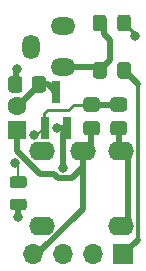
<source format=gbr>
%TF.GenerationSoftware,KiCad,Pcbnew,5.1.10*%
%TF.CreationDate,2021-05-14T23:01:05+02:00*%
%TF.ProjectId,kenwood-trrs,6b656e77-6f6f-4642-9d74-7272732e6b69,rev?*%
%TF.SameCoordinates,Original*%
%TF.FileFunction,Copper,L1,Top*%
%TF.FilePolarity,Positive*%
%FSLAX46Y46*%
G04 Gerber Fmt 4.6, Leading zero omitted, Abs format (unit mm)*
G04 Created by KiCad (PCBNEW 5.1.10) date 2021-05-14 23:01:05*
%MOMM*%
%LPD*%
G01*
G04 APERTURE LIST*
%TA.AperFunction,SMDPad,CuDef*%
%ADD10R,0.800000X1.900000*%
%TD*%
%TA.AperFunction,ComponentPad*%
%ADD11C,1.600000*%
%TD*%
%TA.AperFunction,ComponentPad*%
%ADD12R,1.600000X1.600000*%
%TD*%
%TA.AperFunction,ComponentPad*%
%ADD13O,2.200000X1.600000*%
%TD*%
%TA.AperFunction,ComponentPad*%
%ADD14O,1.700000X1.700000*%
%TD*%
%TA.AperFunction,ComponentPad*%
%ADD15R,1.700000X1.700000*%
%TD*%
%TA.AperFunction,ComponentPad*%
%ADD16O,2.100000X1.500000*%
%TD*%
%TA.AperFunction,ComponentPad*%
%ADD17O,1.500000X2.100000*%
%TD*%
%TA.AperFunction,ViaPad*%
%ADD18C,0.800000*%
%TD*%
%TA.AperFunction,Conductor*%
%ADD19C,0.500000*%
%TD*%
%TA.AperFunction,Conductor*%
%ADD20C,0.250000*%
%TD*%
%TA.AperFunction,Conductor*%
%ADD21C,0.300000*%
%TD*%
%TA.AperFunction,Conductor*%
%ADD22C,0.200000*%
%TD*%
G04 APERTURE END LIST*
D10*
%TO.P,Q1,3*%
%TO.N,Net-(C1-Pad2)*%
X152300000Y-80650000D03*
%TO.P,Q1,2*%
%TO.N,GND*%
X153250000Y-83650000D03*
%TO.P,Q1,1*%
%TO.N,Net-(C2-Pad1)*%
X151350000Y-83650000D03*
%TD*%
%TO.P,R5,2*%
%TO.N,Net-(C2-Pad1)*%
%TA.AperFunction,SMDPad,CuDef*%
G36*
G01*
X158050001Y-82308000D02*
X157149999Y-82308000D01*
G75*
G02*
X156900000Y-82058001I0J249999D01*
G01*
X156900000Y-81357999D01*
G75*
G02*
X157149999Y-81108000I249999J0D01*
G01*
X158050001Y-81108000D01*
G75*
G02*
X158300000Y-81357999I0J-249999D01*
G01*
X158300000Y-82058001D01*
G75*
G02*
X158050001Y-82308000I-249999J0D01*
G01*
G37*
%TD.AperFunction*%
%TO.P,R5,1*%
%TO.N,/PTT_Mic-*%
%TA.AperFunction,SMDPad,CuDef*%
G36*
G01*
X158050001Y-84308000D02*
X157149999Y-84308000D01*
G75*
G02*
X156900000Y-84058001I0J249999D01*
G01*
X156900000Y-83357999D01*
G75*
G02*
X157149999Y-83108000I249999J0D01*
G01*
X158050001Y-83108000D01*
G75*
G02*
X158300000Y-83357999I0J-249999D01*
G01*
X158300000Y-84058001D01*
G75*
G02*
X158050001Y-84308000I-249999J0D01*
G01*
G37*
%TD.AperFunction*%
%TD*%
%TO.P,R4,2*%
%TO.N,Net-(C2-Pad1)*%
%TA.AperFunction,SMDPad,CuDef*%
G36*
G01*
X155750001Y-82308000D02*
X154849999Y-82308000D01*
G75*
G02*
X154600000Y-82058001I0J249999D01*
G01*
X154600000Y-81357999D01*
G75*
G02*
X154849999Y-81108000I249999J0D01*
G01*
X155750001Y-81108000D01*
G75*
G02*
X156000000Y-81357999I0J-249999D01*
G01*
X156000000Y-82058001D01*
G75*
G02*
X155750001Y-82308000I-249999J0D01*
G01*
G37*
%TD.AperFunction*%
%TO.P,R4,1*%
%TO.N,/Mic+*%
%TA.AperFunction,SMDPad,CuDef*%
G36*
G01*
X155750001Y-84308000D02*
X154849999Y-84308000D01*
G75*
G02*
X154600000Y-84058001I0J249999D01*
G01*
X154600000Y-83357999D01*
G75*
G02*
X154849999Y-83108000I249999J0D01*
G01*
X155750001Y-83108000D01*
G75*
G02*
X156000000Y-83357999I0J-249999D01*
G01*
X156000000Y-84058001D01*
G75*
G02*
X155750001Y-84308000I-249999J0D01*
G01*
G37*
%TD.AperFunction*%
%TD*%
%TO.P,R1,2*%
%TO.N,GND*%
%TA.AperFunction,SMDPad,CuDef*%
G36*
G01*
X149450000Y-79549999D02*
X149450000Y-80450001D01*
G75*
G02*
X149200001Y-80700000I-249999J0D01*
G01*
X148499999Y-80700000D01*
G75*
G02*
X148250000Y-80450001I0J249999D01*
G01*
X148250000Y-79549999D01*
G75*
G02*
X148499999Y-79300000I249999J0D01*
G01*
X149200001Y-79300000D01*
G75*
G02*
X149450000Y-79549999I0J-249999D01*
G01*
G37*
%TD.AperFunction*%
%TO.P,R1,1*%
%TO.N,Net-(C1-Pad2)*%
%TA.AperFunction,SMDPad,CuDef*%
G36*
G01*
X151450000Y-79549999D02*
X151450000Y-80450001D01*
G75*
G02*
X151200001Y-80700000I-249999J0D01*
G01*
X150499999Y-80700000D01*
G75*
G02*
X150250000Y-80450001I0J249999D01*
G01*
X150250000Y-79549999D01*
G75*
G02*
X150499999Y-79300000I249999J0D01*
G01*
X151200001Y-79300000D01*
G75*
G02*
X151450000Y-79549999I0J-249999D01*
G01*
G37*
%TD.AperFunction*%
%TD*%
%TO.P,C2,2*%
%TO.N,GND*%
%TA.AperFunction,SMDPad,CuDef*%
G36*
G01*
X148623000Y-89670000D02*
X149573000Y-89670000D01*
G75*
G02*
X149823000Y-89920000I0J-250000D01*
G01*
X149823000Y-90420000D01*
G75*
G02*
X149573000Y-90670000I-250000J0D01*
G01*
X148623000Y-90670000D01*
G75*
G02*
X148373000Y-90420000I0J250000D01*
G01*
X148373000Y-89920000D01*
G75*
G02*
X148623000Y-89670000I250000J0D01*
G01*
G37*
%TD.AperFunction*%
%TO.P,C2,1*%
%TO.N,Net-(C2-Pad1)*%
%TA.AperFunction,SMDPad,CuDef*%
G36*
G01*
X148623000Y-87770000D02*
X149573000Y-87770000D01*
G75*
G02*
X149823000Y-88020000I0J-250000D01*
G01*
X149823000Y-88520000D01*
G75*
G02*
X149573000Y-88770000I-250000J0D01*
G01*
X148623000Y-88770000D01*
G75*
G02*
X148373000Y-88520000I0J250000D01*
G01*
X148373000Y-88020000D01*
G75*
G02*
X148623000Y-87770000I250000J0D01*
G01*
G37*
%TD.AperFunction*%
%TD*%
D11*
%TO.P,C1,2*%
%TO.N,Net-(C1-Pad2)*%
X149000000Y-81820000D03*
D12*
%TO.P,C1,1*%
%TO.N,/Mic+*%
X149000000Y-83820000D03*
%TD*%
D13*
%TO.P,J3,S*%
%TO.N,/PTT_Mic-*%
X157800000Y-85650000D03*
X157800000Y-91950000D03*
%TO.P,J3,R*%
%TO.N,/Mic+*%
X154600000Y-85650000D03*
%TO.P,J3,T*%
%TO.N,Net-(J3-PadT)*%
X151100000Y-85650000D03*
X151100000Y-91950000D03*
%TD*%
D14*
%TO.P,J1,S*%
%TO.N,/Mic+*%
X150380000Y-94400000D03*
%TO.P,J1,R2*%
%TO.N,GND*%
X152920000Y-94400000D03*
%TO.P,J1,R1*%
%TO.N,Net-(J1-PadR1)*%
X155460000Y-94400000D03*
D15*
%TO.P,J1,T*%
%TO.N,Net-(J1-PadT)*%
X158000000Y-94400000D03*
%TD*%
D16*
%TO.P,J2,R*%
%TO.N,GND*%
X152900000Y-75050000D03*
D17*
%TO.P,J2,S*%
X150150000Y-76800000D03*
D16*
%TO.P,J2,T*%
%TO.N,Net-(J2-PadT)*%
X152900000Y-78550000D03*
%TD*%
%TO.P,R3,2*%
%TO.N,Net-(J2-PadT)*%
%TA.AperFunction,SMDPad,CuDef*%
G36*
G01*
X156575000Y-78349999D02*
X156575000Y-79250001D01*
G75*
G02*
X156325001Y-79500000I-249999J0D01*
G01*
X155674999Y-79500000D01*
G75*
G02*
X155425000Y-79250001I0J249999D01*
G01*
X155425000Y-78349999D01*
G75*
G02*
X155674999Y-78100000I249999J0D01*
G01*
X156325001Y-78100000D01*
G75*
G02*
X156575000Y-78349999I0J-249999D01*
G01*
G37*
%TD.AperFunction*%
%TO.P,R3,1*%
%TO.N,Net-(J1-PadT)*%
%TA.AperFunction,SMDPad,CuDef*%
G36*
G01*
X158625000Y-78349999D02*
X158625000Y-79250001D01*
G75*
G02*
X158375001Y-79500000I-249999J0D01*
G01*
X157724999Y-79500000D01*
G75*
G02*
X157475000Y-79250001I0J249999D01*
G01*
X157475000Y-78349999D01*
G75*
G02*
X157724999Y-78100000I249999J0D01*
G01*
X158375001Y-78100000D01*
G75*
G02*
X158625000Y-78349999I0J-249999D01*
G01*
G37*
%TD.AperFunction*%
%TD*%
%TO.P,R2,2*%
%TO.N,Net-(J2-PadT)*%
%TA.AperFunction,SMDPad,CuDef*%
G36*
G01*
X156575000Y-74349999D02*
X156575000Y-75250001D01*
G75*
G02*
X156325001Y-75500000I-249999J0D01*
G01*
X155674999Y-75500000D01*
G75*
G02*
X155425000Y-75250001I0J249999D01*
G01*
X155425000Y-74349999D01*
G75*
G02*
X155674999Y-74100000I249999J0D01*
G01*
X156325001Y-74100000D01*
G75*
G02*
X156575000Y-74349999I0J-249999D01*
G01*
G37*
%TD.AperFunction*%
%TO.P,R2,1*%
%TO.N,Net-(J1-PadR1)*%
%TA.AperFunction,SMDPad,CuDef*%
G36*
G01*
X158625000Y-74349999D02*
X158625000Y-75250001D01*
G75*
G02*
X158375001Y-75500000I-249999J0D01*
G01*
X157724999Y-75500000D01*
G75*
G02*
X157475000Y-75250001I0J249999D01*
G01*
X157475000Y-74349999D01*
G75*
G02*
X157724999Y-74100000I249999J0D01*
G01*
X158375001Y-74100000D01*
G75*
G02*
X158625000Y-74349999I0J-249999D01*
G01*
G37*
%TD.AperFunction*%
%TD*%
D18*
%TO.N,GND*%
X149098000Y-91186000D03*
X152900000Y-87099998D03*
X152350000Y-83650000D03*
X149000000Y-78700000D03*
%TO.N,Net-(J1-PadR1)*%
X159000000Y-75900000D03*
%TO.N,Net-(C2-Pad1)*%
X148865069Y-86684932D03*
X150400002Y-84250000D03*
%TD*%
D19*
%TO.N,/Mic+*%
X150380000Y-94400000D02*
X150722002Y-94400000D01*
X150717781Y-94400000D02*
X150380000Y-94400000D01*
X154600000Y-90517781D02*
X150717781Y-94400000D01*
X154600000Y-87000000D02*
X154600000Y-90517781D01*
X154600000Y-85650000D02*
X154600000Y-87000000D01*
X155300000Y-84950000D02*
X154600000Y-85650000D01*
X155300000Y-83708000D02*
X155300000Y-84950000D01*
X153649998Y-87950002D02*
X154600000Y-87000000D01*
X152491998Y-87950002D02*
X153649998Y-87950002D01*
X152091995Y-87549999D02*
X152491998Y-87950002D01*
X150932218Y-87549999D02*
X152091995Y-87549999D01*
X149000000Y-85617781D02*
X150932218Y-87549999D01*
X149000000Y-83820000D02*
X149000000Y-85617781D01*
%TO.N,/PTT_Mic-*%
X158350001Y-91399999D02*
X157800000Y-91950000D01*
X158350001Y-86200001D02*
X158350001Y-91399999D01*
X157800000Y-85650000D02*
X158350001Y-86200001D01*
X157600000Y-85450000D02*
X157800000Y-85650000D01*
X157600000Y-83708000D02*
X157600000Y-85450000D01*
%TO.N,GND*%
X149098000Y-90170000D02*
X149098000Y-91186000D01*
X152900000Y-84150000D02*
X152900000Y-87099998D01*
X153150000Y-83900000D02*
X152900000Y-84150000D01*
X153200000Y-83650000D02*
X152300002Y-83650000D01*
X148900000Y-78800000D02*
X149000000Y-78700000D01*
X148900000Y-80000000D02*
X148900000Y-78800000D01*
%TO.N,Net-(J2-PadT)*%
X155750000Y-78550000D02*
X156000000Y-78800000D01*
X153100000Y-78550000D02*
X155750000Y-78550000D01*
X156350001Y-75150001D02*
X156000000Y-74800000D01*
X156350001Y-75699999D02*
X156350001Y-75150001D01*
X156850001Y-76199999D02*
X156350001Y-75699999D01*
X156850001Y-77949999D02*
X156850001Y-76199999D01*
X156000000Y-78800000D02*
X156850001Y-77949999D01*
D20*
%TO.N,Net-(J1-PadR1)*%
X159000000Y-75750000D02*
X158050000Y-74800000D01*
X159000000Y-75900000D02*
X159000000Y-75750000D01*
D19*
%TO.N,Net-(J1-PadT)*%
X159200001Y-79950001D02*
X158050000Y-78800000D01*
X158000000Y-94400000D02*
X159200001Y-93199999D01*
D21*
X159250010Y-80000010D02*
X159200001Y-79950001D01*
X159250010Y-92426349D02*
X159250010Y-80000010D01*
X159200001Y-92476358D02*
X159250010Y-92426349D01*
X159200001Y-93199999D02*
X159200001Y-92476358D01*
D19*
%TO.N,Net-(C1-Pad2)*%
X149080000Y-81820000D02*
X150900000Y-80000000D01*
X149000000Y-81820000D02*
X149080000Y-81820000D01*
X151600000Y-80000000D02*
X152250000Y-80650000D01*
X150900000Y-80000000D02*
X151600000Y-80000000D01*
%TO.N,Net-(C2-Pad1)*%
X157600000Y-81708000D02*
X155300000Y-81708000D01*
D22*
X149098000Y-86917863D02*
X148865069Y-86684932D01*
X149098000Y-88270000D02*
X149098000Y-86917863D01*
X150700000Y-84250000D02*
X151300000Y-83650000D01*
X150400002Y-84250000D02*
X150700000Y-84250000D01*
D20*
X153792000Y-81708000D02*
X155300000Y-81708000D01*
X153350000Y-82150000D02*
X153792000Y-81708000D01*
X151600000Y-82150000D02*
X153350000Y-82150000D01*
X151300000Y-82450000D02*
X151600000Y-82150000D01*
X151300000Y-83650000D02*
X151300000Y-82450000D01*
%TD*%
M02*

</source>
